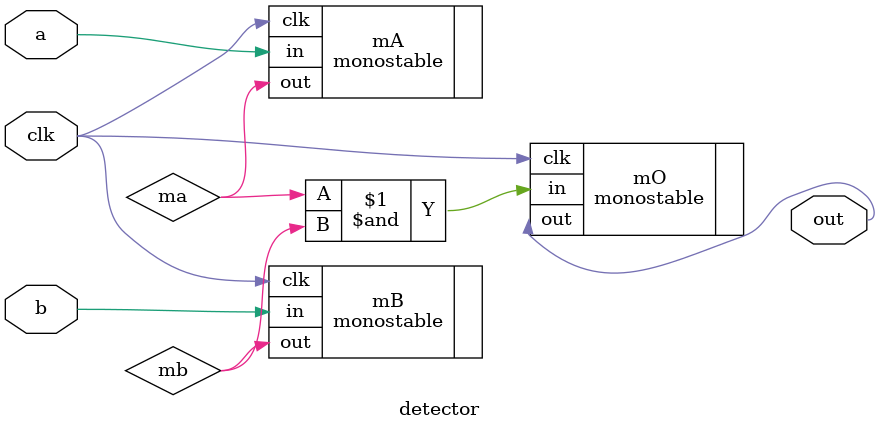
<source format=v>
module detector(input a, input b, input clk, output out);
  
    wire ma, mb;
  
    monostable mA(.in(a), .out(ma), .clk(clk));
    monostable mB(.in(b), .out(mb), .clk(clk));

    monostable #(.SIZE(7), .TIMEOUT(100)) mO (.in(ma & mb), .out(out), .clk(clk));

endmodule 

</source>
